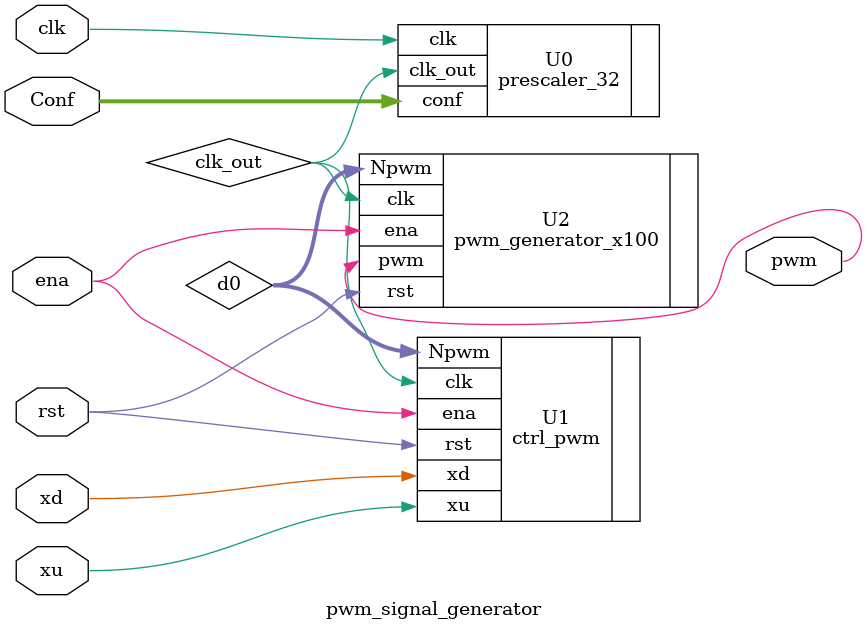
<source format=v>


module pwm_signal_generator(	
	input rst, clk, ena,
			xu, xd,
	input [2:0] Conf,
	output pwm
	);
	
	wire h, clk_out;
	wire[6:0] d0;
	
	prescaler_32    	U0(.clk(clk), .conf(Conf), .clk_out(clk_out));
	ctrl_pwm 			U1(.clk(clk_out), .rst(rst), .ena(ena), .xd(xd), .xu(xu), .Npwm(d0));
	pwm_generator_x100	U2(.rst(rst), .ena(ena), .clk(clk_out), .Npwm(d0), .pwm(pwm));
	
	
endmodule

</source>
